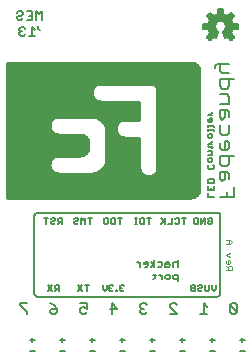
<source format=gbo>
G75*
%MOIN*%
%OFA0B0*%
%FSLAX24Y24*%
%IPPOS*%
%LPD*%
%AMOC8*
5,1,8,0,0,1.08239X$1,22.5*
%
%ADD10C,0.0060*%
%ADD11C,0.0050*%
%ADD12C,0.0080*%
%ADD13C,0.0040*%
%ADD14C,0.0070*%
%ADD15C,0.0100*%
%ADD16C,0.0059*%
D10*
X003279Y003364D02*
X003279Y003420D01*
X003506Y003420D01*
X003279Y003364D02*
X003506Y003137D01*
X003506Y003080D01*
X003680Y002280D02*
X003680Y002120D01*
X003760Y002200D02*
X003600Y002200D01*
X003600Y001850D02*
X003760Y001850D01*
X004600Y001850D02*
X004760Y001850D01*
X004680Y002120D02*
X004680Y002280D01*
X004760Y002200D02*
X004600Y002200D01*
X004449Y003080D02*
X004336Y003080D01*
X004279Y003137D01*
X004279Y003193D01*
X004336Y003250D01*
X004506Y003250D01*
X004506Y003137D01*
X004449Y003080D01*
X004506Y003250D02*
X004393Y003364D01*
X004279Y003420D01*
X005279Y003420D02*
X005506Y003420D01*
X005506Y003250D01*
X005393Y003307D01*
X005336Y003307D01*
X005279Y003250D01*
X005279Y003137D01*
X005336Y003080D01*
X005449Y003080D01*
X005506Y003137D01*
X006279Y003250D02*
X006506Y003250D01*
X006336Y003420D01*
X006336Y003080D01*
X006680Y002280D02*
X006680Y002120D01*
X006760Y002200D02*
X006600Y002200D01*
X006600Y001850D02*
X006760Y001850D01*
X007600Y001850D02*
X007760Y001850D01*
X007680Y002120D02*
X007680Y002280D01*
X007760Y002200D02*
X007600Y002200D01*
X007449Y003080D02*
X007336Y003080D01*
X007279Y003137D01*
X007279Y003193D01*
X007336Y003250D01*
X007393Y003250D01*
X007336Y003250D02*
X007279Y003307D01*
X007279Y003364D01*
X007336Y003420D01*
X007449Y003420D01*
X007506Y003364D01*
X007506Y003137D02*
X007449Y003080D01*
X008279Y003080D02*
X008506Y003080D01*
X008279Y003307D01*
X008279Y003364D01*
X008336Y003420D01*
X008449Y003420D01*
X008506Y003364D01*
X008522Y004157D02*
X008522Y004377D01*
X008412Y004377D01*
X008375Y004340D01*
X008375Y004267D01*
X008412Y004230D01*
X008522Y004230D01*
X008264Y004267D02*
X008227Y004230D01*
X008154Y004230D01*
X008117Y004267D01*
X008117Y004340D01*
X008154Y004377D01*
X008227Y004377D01*
X008264Y004340D01*
X008264Y004267D01*
X008006Y004303D02*
X007933Y004377D01*
X007896Y004377D01*
X007791Y004377D02*
X007718Y004377D01*
X007755Y004413D02*
X007755Y004267D01*
X007718Y004230D01*
X008006Y004230D02*
X008006Y004377D01*
X007969Y004650D02*
X007859Y004650D01*
X007969Y004650D02*
X008006Y004687D01*
X008006Y004760D01*
X007969Y004797D01*
X007859Y004797D01*
X007748Y004870D02*
X007748Y004650D01*
X007748Y004723D02*
X007638Y004797D01*
X007533Y004760D02*
X007497Y004797D01*
X007423Y004797D01*
X007387Y004760D01*
X007387Y004723D01*
X007533Y004723D01*
X007533Y004687D02*
X007533Y004760D01*
X007533Y004687D02*
X007497Y004650D01*
X007423Y004650D01*
X007276Y004650D02*
X007276Y004797D01*
X007276Y004723D02*
X007202Y004797D01*
X007166Y004797D01*
X007638Y004650D02*
X007748Y004723D01*
X008117Y004723D02*
X008227Y004723D01*
X008264Y004687D01*
X008227Y004650D01*
X008117Y004650D01*
X008117Y004760D01*
X008154Y004797D01*
X008227Y004797D01*
X008375Y004760D02*
X008375Y004650D01*
X008375Y004760D02*
X008412Y004797D01*
X008485Y004797D01*
X008522Y004760D01*
X008522Y004870D02*
X008522Y004650D01*
X009393Y003420D02*
X009393Y003080D01*
X009506Y003080D02*
X009279Y003080D01*
X009506Y003307D02*
X009393Y003420D01*
X010279Y003364D02*
X010279Y003137D01*
X010336Y003080D01*
X010449Y003080D01*
X010506Y003137D01*
X010279Y003364D01*
X010336Y003420D01*
X010449Y003420D01*
X010506Y003364D01*
X010506Y003137D01*
X010680Y002280D02*
X010680Y002120D01*
X010760Y002200D02*
X010600Y002200D01*
X010600Y001850D02*
X010760Y001850D01*
X009760Y001850D02*
X009600Y001850D01*
X009680Y002120D02*
X009680Y002280D01*
X009760Y002200D02*
X009600Y002200D01*
X008760Y002200D02*
X008600Y002200D01*
X008680Y002280D02*
X008680Y002120D01*
X008760Y001850D02*
X008600Y001850D01*
X005760Y001850D02*
X005600Y001850D01*
X005680Y002120D02*
X005680Y002280D01*
X005760Y002200D02*
X005600Y002200D01*
D11*
X005490Y003825D02*
X005490Y004025D01*
X005424Y004025D02*
X005557Y004025D01*
X005327Y004025D02*
X005193Y003825D01*
X005327Y003825D02*
X005193Y004025D01*
X004557Y004025D02*
X004557Y003825D01*
X004557Y003892D02*
X004457Y003892D01*
X004424Y003925D01*
X004424Y003992D01*
X004457Y004025D01*
X004557Y004025D01*
X004490Y003892D02*
X004424Y003825D01*
X004327Y003825D02*
X004193Y004025D01*
X004327Y004025D02*
X004193Y003825D01*
X006021Y003892D02*
X006021Y004025D01*
X006154Y004025D02*
X006154Y003892D01*
X006087Y003825D01*
X006021Y003892D01*
X006251Y003892D02*
X006251Y003858D01*
X006284Y003825D01*
X006351Y003825D01*
X006384Y003858D01*
X006466Y003858D02*
X006466Y003825D01*
X006499Y003825D01*
X006499Y003858D01*
X006466Y003858D01*
X006596Y003858D02*
X006630Y003825D01*
X006696Y003825D01*
X006730Y003858D01*
X006663Y003925D02*
X006630Y003925D01*
X006596Y003892D01*
X006596Y003858D01*
X006630Y003925D02*
X006596Y003958D01*
X006596Y003992D01*
X006630Y004025D01*
X006696Y004025D01*
X006730Y003992D01*
X006384Y003992D02*
X006351Y004025D01*
X006284Y004025D01*
X006251Y003992D01*
X006251Y003958D01*
X006284Y003925D01*
X006251Y003892D01*
X006284Y003925D02*
X006318Y003925D01*
X006342Y006075D02*
X006308Y006108D01*
X006308Y006242D01*
X006342Y006275D01*
X006442Y006275D01*
X006442Y006075D01*
X006342Y006075D01*
X006212Y006108D02*
X006212Y006242D01*
X006178Y006275D01*
X006112Y006275D01*
X006078Y006242D01*
X006078Y006108D01*
X006112Y006075D01*
X006178Y006075D01*
X006212Y006108D01*
X006539Y006275D02*
X006672Y006275D01*
X006605Y006275D02*
X006605Y006075D01*
X007107Y006075D02*
X007173Y006075D01*
X007140Y006075D02*
X007140Y006275D01*
X007173Y006275D02*
X007107Y006275D01*
X007270Y006242D02*
X007270Y006108D01*
X007303Y006075D01*
X007404Y006075D01*
X007404Y006275D01*
X007303Y006275D01*
X007270Y006242D01*
X007500Y006275D02*
X007634Y006275D01*
X007567Y006275D02*
X007567Y006075D01*
X007963Y006075D02*
X008063Y006175D01*
X008097Y006142D02*
X007963Y006275D01*
X008097Y006275D02*
X008097Y006075D01*
X008193Y006075D02*
X008327Y006075D01*
X008327Y006275D01*
X008424Y006242D02*
X008457Y006275D01*
X008524Y006275D01*
X008557Y006242D01*
X008557Y006108D01*
X008524Y006075D01*
X008457Y006075D01*
X008424Y006108D01*
X008654Y006275D02*
X008787Y006275D01*
X008720Y006275D02*
X008720Y006075D01*
X009078Y006108D02*
X009078Y006242D01*
X009112Y006275D01*
X009212Y006275D01*
X009212Y006075D01*
X009112Y006075D01*
X009078Y006108D01*
X009308Y006075D02*
X009308Y006275D01*
X009442Y006275D02*
X009308Y006075D01*
X009442Y006075D02*
X009442Y006275D01*
X009539Y006242D02*
X009572Y006275D01*
X009639Y006275D01*
X009672Y006242D01*
X009672Y006108D01*
X009639Y006075D01*
X009572Y006075D01*
X009539Y006108D01*
X009539Y006175D01*
X009605Y006175D01*
X009527Y006975D02*
X009527Y007108D01*
X009527Y007205D02*
X009527Y007339D01*
X009527Y007435D02*
X009527Y007535D01*
X009560Y007569D01*
X009694Y007569D01*
X009727Y007535D01*
X009727Y007435D01*
X009527Y007435D01*
X009727Y007339D02*
X009727Y007205D01*
X009527Y007205D01*
X009627Y007205D02*
X009627Y007272D01*
X009727Y006975D02*
X009527Y006975D01*
X009560Y007896D02*
X009527Y007929D01*
X009527Y007996D01*
X009560Y008029D01*
X009560Y008126D02*
X009527Y008159D01*
X009527Y008226D01*
X009560Y008259D01*
X009627Y008259D01*
X009660Y008226D01*
X009660Y008159D01*
X009627Y008126D01*
X009560Y008126D01*
X009694Y008029D02*
X009727Y007996D01*
X009727Y007929D01*
X009694Y007896D01*
X009560Y007896D01*
X009527Y008356D02*
X009660Y008356D01*
X009660Y008456D01*
X009627Y008490D01*
X009527Y008490D01*
X009560Y008620D02*
X009527Y008653D01*
X009560Y008620D02*
X009694Y008620D01*
X009660Y008653D02*
X009660Y008586D01*
X009660Y008740D02*
X009527Y008740D01*
X009594Y008740D02*
X009660Y008807D01*
X009660Y008840D01*
X009627Y008932D02*
X009560Y008932D01*
X009527Y008965D01*
X009527Y009032D01*
X009560Y009065D01*
X009627Y009065D01*
X009660Y009032D01*
X009660Y008965D01*
X009627Y008932D01*
X009727Y009162D02*
X009727Y009195D01*
X009527Y009195D01*
X009527Y009162D02*
X009527Y009229D01*
X009527Y009315D02*
X009527Y009382D01*
X009527Y009349D02*
X009727Y009349D01*
X009727Y009315D01*
X009627Y009469D02*
X009560Y009469D01*
X009527Y009502D01*
X009527Y009569D01*
X009594Y009602D02*
X009594Y009469D01*
X009627Y009469D02*
X009660Y009502D01*
X009660Y009569D01*
X009627Y009602D01*
X009594Y009602D01*
X009594Y009699D02*
X009660Y009766D01*
X009660Y009799D01*
X009660Y009699D02*
X009527Y009699D01*
X005672Y006275D02*
X005539Y006275D01*
X005605Y006275D02*
X005605Y006075D01*
X005442Y006075D02*
X005442Y006275D01*
X005375Y006208D01*
X005308Y006275D01*
X005308Y006075D01*
X005212Y006108D02*
X005178Y006075D01*
X005112Y006075D01*
X005078Y006108D01*
X005078Y006142D01*
X005112Y006175D01*
X005178Y006175D01*
X005212Y006208D01*
X005212Y006242D01*
X005178Y006275D01*
X005112Y006275D01*
X005078Y006242D01*
X004672Y006275D02*
X004672Y006075D01*
X004672Y006142D02*
X004572Y006142D01*
X004539Y006175D01*
X004539Y006242D01*
X004572Y006275D01*
X004672Y006275D01*
X004605Y006142D02*
X004539Y006075D01*
X004442Y006108D02*
X004409Y006075D01*
X004342Y006075D01*
X004308Y006108D01*
X004308Y006142D01*
X004342Y006175D01*
X004409Y006175D01*
X004442Y006208D01*
X004442Y006242D01*
X004409Y006275D01*
X004342Y006275D01*
X004308Y006242D01*
X004212Y006275D02*
X004078Y006275D01*
X004145Y006275D02*
X004145Y006075D01*
X008963Y003992D02*
X008963Y003958D01*
X008997Y003925D01*
X009097Y003925D01*
X009097Y003825D02*
X008997Y003825D01*
X008963Y003858D01*
X008963Y003892D01*
X008997Y003925D01*
X008963Y003992D02*
X008997Y004025D01*
X009097Y004025D01*
X009097Y003825D01*
X009193Y003858D02*
X009227Y003825D01*
X009293Y003825D01*
X009327Y003858D01*
X009293Y003925D02*
X009227Y003925D01*
X009193Y003892D01*
X009193Y003858D01*
X009293Y003925D02*
X009327Y003958D01*
X009327Y003992D01*
X009293Y004025D01*
X009227Y004025D01*
X009193Y003992D01*
X009424Y004025D02*
X009424Y003858D01*
X009457Y003825D01*
X009524Y003825D01*
X009557Y003858D01*
X009557Y004025D01*
X009654Y004025D02*
X009654Y003892D01*
X009720Y003825D01*
X009787Y003892D01*
X009787Y004025D01*
D12*
X009952Y003750D02*
X009950Y003733D01*
X009946Y003716D01*
X009939Y003700D01*
X009929Y003686D01*
X009916Y003673D01*
X009902Y003663D01*
X009886Y003656D01*
X009869Y003652D01*
X009852Y003650D01*
X003852Y003650D01*
X003835Y003652D01*
X003818Y003656D01*
X003802Y003663D01*
X003788Y003673D01*
X003775Y003686D01*
X003765Y003700D01*
X003758Y003716D01*
X003754Y003733D01*
X003752Y003750D01*
X003752Y006350D01*
X003754Y006367D01*
X003758Y006384D01*
X003765Y006400D01*
X003775Y006414D01*
X003788Y006427D01*
X003802Y006437D01*
X003818Y006444D01*
X003835Y006448D01*
X003852Y006450D01*
X009852Y006450D01*
X009869Y006448D01*
X009886Y006444D01*
X009902Y006437D01*
X009916Y006427D01*
X009929Y006414D01*
X009939Y006400D01*
X009946Y006384D01*
X009950Y006367D01*
X009952Y006350D01*
X009952Y003750D01*
X009932Y006970D02*
X010412Y006970D01*
X010412Y007290D01*
X010172Y007130D02*
X010172Y006970D01*
X010012Y007485D02*
X010092Y007565D01*
X010092Y007806D01*
X010172Y007806D02*
X009932Y007806D01*
X009932Y007565D01*
X010012Y007485D01*
X010252Y007565D02*
X010252Y007725D01*
X010172Y007806D01*
X010172Y008001D02*
X010012Y008001D01*
X009932Y008081D01*
X009932Y008321D01*
X010412Y008321D01*
X010252Y008321D02*
X010252Y008081D01*
X010172Y008001D01*
X010172Y008517D02*
X010012Y008517D01*
X009932Y008597D01*
X009932Y008757D01*
X010092Y008837D02*
X010092Y008517D01*
X010172Y008517D02*
X010252Y008597D01*
X010252Y008757D01*
X010172Y008837D01*
X010092Y008837D01*
X010172Y009032D02*
X010012Y009032D01*
X009932Y009112D01*
X009932Y009352D01*
X010012Y009548D02*
X010092Y009628D01*
X010092Y009868D01*
X010172Y009868D02*
X010252Y009788D01*
X010252Y009628D01*
X010172Y009868D02*
X009932Y009868D01*
X009932Y009628D01*
X010012Y009548D01*
X010252Y009352D02*
X010252Y009112D01*
X010172Y009032D01*
X010252Y010063D02*
X009932Y010063D01*
X010252Y010063D02*
X010252Y010304D01*
X010172Y010384D01*
X009932Y010384D01*
X010012Y010579D02*
X010172Y010579D01*
X010252Y010659D01*
X010252Y010899D01*
X010412Y010899D02*
X009932Y010899D01*
X009932Y010659D01*
X010012Y010579D01*
X010012Y011095D02*
X009932Y011175D01*
X009932Y011415D01*
X009852Y011415D02*
X009772Y011335D01*
X009772Y011255D01*
X009852Y011415D02*
X010252Y011415D01*
X010252Y011095D02*
X010012Y011095D01*
D13*
X010132Y005535D02*
X010265Y005535D01*
X010332Y005468D01*
X010265Y005401D01*
X010132Y005401D01*
X010232Y005401D02*
X010232Y005535D01*
X010265Y005093D02*
X010132Y005026D01*
X010265Y004960D01*
X010232Y004872D02*
X010199Y004872D01*
X010199Y004739D01*
X010232Y004739D02*
X010265Y004772D01*
X010265Y004839D01*
X010232Y004872D01*
X010132Y004839D02*
X010132Y004772D01*
X010165Y004739D01*
X010232Y004739D01*
X010232Y004651D02*
X010199Y004618D01*
X010199Y004518D01*
X010199Y004584D02*
X010132Y004651D01*
X010232Y004651D02*
X010299Y004651D01*
X010332Y004618D01*
X010332Y004518D01*
X010132Y004518D01*
D14*
X003758Y012348D02*
X003572Y012348D01*
X003665Y012348D02*
X003665Y012628D01*
X003758Y012534D01*
X003873Y012581D02*
X003873Y012674D01*
X003873Y012581D02*
X003920Y012534D01*
X004000Y012873D02*
X004000Y013153D01*
X003907Y013059D01*
X003813Y013153D01*
X003813Y012873D01*
X003678Y012873D02*
X003491Y012873D01*
X003356Y012919D02*
X003309Y012873D01*
X003216Y012873D01*
X003169Y012919D01*
X003169Y012966D01*
X003216Y013013D01*
X003309Y013013D01*
X003356Y013059D01*
X003356Y013106D01*
X003309Y013153D01*
X003216Y013153D01*
X003169Y013106D01*
X003491Y013153D02*
X003678Y013153D01*
X003678Y012873D01*
X003678Y013013D02*
X003585Y013013D01*
X003390Y012628D02*
X003296Y012628D01*
X003249Y012581D01*
X003249Y012534D01*
X003296Y012488D01*
X003249Y012441D01*
X003249Y012394D01*
X003296Y012348D01*
X003390Y012348D01*
X003436Y012394D01*
X003343Y012488D02*
X003296Y012488D01*
X003436Y012581D02*
X003390Y012628D01*
D15*
X002852Y011450D02*
X002852Y008050D01*
X002852Y006950D01*
X008952Y006950D01*
X009010Y006956D01*
X009067Y006973D01*
X009118Y007001D01*
X009164Y007038D01*
X009201Y007083D01*
X009229Y007135D01*
X009246Y007191D01*
X009252Y007250D01*
X009252Y011150D01*
X009246Y011209D01*
X009229Y011265D01*
X009201Y011317D01*
X009164Y011362D01*
X009118Y011399D01*
X009067Y011427D01*
X009010Y011444D01*
X008952Y011450D01*
X002852Y011450D01*
X002852Y011393D02*
X009127Y011393D01*
X009213Y011294D02*
X002852Y011294D01*
X002852Y011196D02*
X009247Y011196D01*
X009252Y011097D02*
X002852Y011097D01*
X002852Y010999D02*
X009252Y010999D01*
X009252Y010900D02*
X002852Y010900D01*
X002852Y010802D02*
X009252Y010802D01*
X009252Y010703D02*
X007780Y010703D01*
X007776Y010706D02*
X007808Y010675D01*
X007832Y010637D01*
X007847Y010595D01*
X007852Y010550D01*
X007852Y007950D01*
X007845Y007888D01*
X007826Y007828D01*
X007794Y007774D01*
X007753Y007727D01*
X007702Y007690D01*
X007644Y007665D01*
X007583Y007652D01*
X007520Y007652D01*
X007459Y007665D01*
X007402Y007690D01*
X007351Y007727D01*
X007309Y007774D01*
X007278Y007828D01*
X007258Y007888D01*
X007252Y007950D01*
X007252Y008650D01*
X006152Y008650D01*
X006152Y008250D01*
X006144Y008163D01*
X006122Y008079D01*
X006085Y008000D01*
X006035Y007929D01*
X005973Y007867D01*
X005902Y007817D01*
X005823Y007780D01*
X005739Y007758D01*
X005652Y007750D01*
X004552Y007750D01*
X004493Y007756D01*
X004437Y007773D01*
X004385Y007801D01*
X004340Y007838D01*
X004302Y007883D01*
X004275Y007935D01*
X004258Y007991D01*
X004252Y008050D01*
X002852Y008050D01*
X004252Y008050D01*
X004258Y008109D01*
X004275Y008165D01*
X004302Y008217D01*
X004340Y008262D01*
X004385Y008299D01*
X004437Y008327D01*
X004493Y008344D01*
X004552Y008350D01*
X005252Y008350D01*
X005310Y008356D01*
X005367Y008373D01*
X005418Y008401D01*
X005464Y008438D01*
X005501Y008483D01*
X005529Y008535D01*
X005546Y008591D01*
X005552Y008650D01*
X005552Y008750D01*
X005546Y008809D01*
X005529Y008865D01*
X005501Y008917D01*
X005464Y008962D01*
X005418Y008999D01*
X005367Y009027D01*
X005310Y009044D01*
X005252Y009050D01*
X004552Y009050D01*
X004493Y009056D01*
X004437Y009073D01*
X004385Y009101D01*
X004340Y009138D01*
X004302Y009183D01*
X004275Y009235D01*
X004258Y009291D01*
X004252Y009350D01*
X004258Y009409D01*
X004275Y009465D01*
X004302Y009517D01*
X004340Y009562D01*
X004385Y009599D01*
X004437Y009627D01*
X004493Y009644D01*
X004552Y009650D01*
X005652Y009650D01*
X005739Y009642D01*
X005823Y009620D01*
X005902Y009583D01*
X005973Y009533D01*
X006035Y009471D01*
X006085Y009400D01*
X006122Y009321D01*
X006144Y009237D01*
X006152Y009150D01*
X006152Y008650D01*
X007252Y008650D01*
X007252Y008950D01*
X006752Y008950D01*
X006689Y008957D01*
X006630Y008976D01*
X006575Y009007D01*
X006529Y009049D01*
X006492Y009100D01*
X006466Y009157D01*
X006453Y009219D01*
X006453Y009281D01*
X006466Y009343D01*
X006492Y009400D01*
X006529Y009451D01*
X006575Y009493D01*
X006630Y009524D01*
X006689Y009543D01*
X006752Y009550D01*
X007252Y009550D01*
X007252Y010150D01*
X005952Y010150D01*
X005889Y010157D01*
X005830Y010176D01*
X005775Y010207D01*
X005729Y010249D01*
X005692Y010300D01*
X005666Y010357D01*
X005653Y010419D01*
X005653Y010481D01*
X005666Y010543D01*
X005692Y010600D01*
X005729Y010651D01*
X005775Y010693D01*
X005830Y010724D01*
X005889Y010743D01*
X005952Y010750D01*
X007652Y010750D01*
X007696Y010745D01*
X007739Y010730D01*
X007776Y010706D01*
X007843Y010605D02*
X009252Y010605D01*
X009252Y010506D02*
X007852Y010506D01*
X007852Y010408D02*
X009252Y010408D01*
X009252Y010309D02*
X007852Y010309D01*
X007852Y010211D02*
X009252Y010211D01*
X009252Y010112D02*
X007852Y010112D01*
X007852Y010014D02*
X009252Y010014D01*
X009252Y009915D02*
X007852Y009915D01*
X007852Y009817D02*
X009252Y009817D01*
X009252Y009718D02*
X007852Y009718D01*
X007852Y009620D02*
X009252Y009620D01*
X009252Y009521D02*
X007852Y009521D01*
X007852Y009423D02*
X009252Y009423D01*
X009252Y009324D02*
X007852Y009324D01*
X007852Y009226D02*
X009252Y009226D01*
X009252Y009127D02*
X007852Y009127D01*
X007852Y009029D02*
X009252Y009029D01*
X009252Y008930D02*
X007852Y008930D01*
X007852Y008832D02*
X009252Y008832D01*
X009252Y008733D02*
X007852Y008733D01*
X007852Y008635D02*
X009252Y008635D01*
X009252Y008536D02*
X007852Y008536D01*
X007852Y008438D02*
X009252Y008438D01*
X009252Y008339D02*
X007852Y008339D01*
X007852Y008241D02*
X009252Y008241D01*
X009252Y008142D02*
X007852Y008142D01*
X007852Y008044D02*
X009252Y008044D01*
X009252Y007945D02*
X007851Y007945D01*
X007832Y007847D02*
X009252Y007847D01*
X009252Y007748D02*
X007771Y007748D01*
X007332Y007748D02*
X002852Y007748D01*
X002852Y007650D02*
X009252Y007650D01*
X009252Y007551D02*
X002852Y007551D01*
X002852Y007453D02*
X009252Y007453D01*
X009252Y007354D02*
X002852Y007354D01*
X002852Y007256D02*
X009252Y007256D01*
X009236Y007157D02*
X002852Y007157D01*
X002852Y007059D02*
X009181Y007059D01*
X009024Y006960D02*
X002852Y006960D01*
X002852Y007847D02*
X004333Y007847D01*
X004272Y007945D02*
X002852Y007945D01*
X002852Y008044D02*
X004252Y008044D01*
X004268Y008142D02*
X002852Y008142D01*
X002852Y008241D02*
X004322Y008241D01*
X004476Y008339D02*
X002852Y008339D01*
X002852Y008438D02*
X005463Y008438D01*
X005529Y008536D02*
X002852Y008536D01*
X002852Y008635D02*
X005550Y008635D01*
X005552Y008733D02*
X002852Y008733D01*
X002852Y008832D02*
X005539Y008832D01*
X005490Y008930D02*
X002852Y008930D01*
X002852Y009029D02*
X005362Y009029D01*
X005823Y009620D02*
X007252Y009620D01*
X007252Y009718D02*
X002852Y009718D01*
X002852Y009620D02*
X004423Y009620D01*
X004306Y009521D02*
X002852Y009521D01*
X002852Y009423D02*
X004262Y009423D01*
X004254Y009324D02*
X002852Y009324D01*
X002852Y009226D02*
X004280Y009226D01*
X004353Y009127D02*
X002852Y009127D01*
X002852Y009817D02*
X007252Y009817D01*
X007252Y009915D02*
X002852Y009915D01*
X002852Y010014D02*
X007252Y010014D01*
X007252Y010112D02*
X002852Y010112D01*
X002852Y010211D02*
X005772Y010211D01*
X005688Y010309D02*
X002852Y010309D01*
X002852Y010408D02*
X005656Y010408D01*
X005659Y010506D02*
X002852Y010506D01*
X002852Y010605D02*
X005695Y010605D01*
X005793Y010703D02*
X002852Y010703D01*
X005985Y009521D02*
X006624Y009521D01*
X006508Y009423D02*
X006069Y009423D01*
X006120Y009324D02*
X006462Y009324D01*
X006453Y009226D02*
X006145Y009226D01*
X006152Y009127D02*
X006480Y009127D01*
X006552Y009029D02*
X006152Y009029D01*
X006152Y008930D02*
X007252Y008930D01*
X007252Y008832D02*
X006152Y008832D01*
X006152Y008733D02*
X007252Y008733D01*
X007252Y008635D02*
X006152Y008635D01*
X006152Y008536D02*
X007252Y008536D01*
X007252Y008438D02*
X006152Y008438D01*
X006152Y008339D02*
X007252Y008339D01*
X007252Y008241D02*
X006151Y008241D01*
X006139Y008142D02*
X007252Y008142D01*
X007252Y008044D02*
X006105Y008044D01*
X006046Y007945D02*
X007252Y007945D01*
X007272Y007847D02*
X005944Y007847D01*
D16*
X009588Y012185D02*
X009486Y012286D01*
X009607Y012435D01*
X009577Y012495D01*
X009556Y012559D01*
X009366Y012578D01*
X009366Y012722D01*
X009556Y012741D01*
X009577Y012805D01*
X009607Y012865D01*
X009486Y013014D01*
X009588Y013115D01*
X009737Y012994D01*
X009796Y013025D01*
X009860Y013046D01*
X009880Y013236D01*
X010024Y013236D01*
X010043Y013046D01*
X010107Y013025D01*
X010167Y012994D01*
X010315Y013115D01*
X010417Y013014D01*
X010296Y012865D01*
X010327Y012805D01*
X010347Y012741D01*
X010538Y012722D01*
X010538Y012578D01*
X010347Y012559D01*
X010327Y012495D01*
X010296Y012435D01*
X010417Y012286D01*
X010315Y012185D01*
X010167Y012306D01*
X010107Y012275D01*
X010022Y012479D01*
X010060Y012501D01*
X010092Y012530D01*
X010116Y012566D01*
X010131Y012607D01*
X010136Y012650D01*
X010131Y012694D01*
X010115Y012735D01*
X010091Y012772D01*
X010058Y012801D01*
X010019Y012822D01*
X009976Y012833D01*
X009932Y012833D01*
X009889Y012823D01*
X009849Y012803D01*
X009816Y012775D01*
X009790Y012739D01*
X009774Y012698D01*
X009767Y012654D01*
X009772Y012610D01*
X009786Y012568D01*
X009810Y012531D01*
X009843Y012501D01*
X009881Y012479D01*
X009796Y012275D01*
X009737Y012306D01*
X009588Y012185D01*
X009557Y012216D02*
X009626Y012216D01*
X009697Y012273D02*
X009500Y012273D01*
X009523Y012331D02*
X009820Y012331D01*
X009843Y012388D02*
X009570Y012388D01*
X009602Y012446D02*
X009867Y012446D01*
X009840Y012504D02*
X009574Y012504D01*
X009532Y012561D02*
X009791Y012561D01*
X009771Y012619D02*
X009366Y012619D01*
X009366Y012676D02*
X009770Y012676D01*
X009788Y012734D02*
X009481Y012734D01*
X009572Y012791D02*
X009835Y012791D01*
X009789Y013022D02*
X010114Y013022D01*
X010200Y013022D02*
X010409Y013022D01*
X010377Y012964D02*
X009527Y012964D01*
X009494Y013022D02*
X009703Y013022D01*
X009633Y013079D02*
X009552Y013079D01*
X009574Y012906D02*
X010330Y012906D01*
X010305Y012849D02*
X009599Y012849D01*
X009864Y013079D02*
X010040Y013079D01*
X010034Y013137D02*
X009870Y013137D01*
X009876Y013194D02*
X010028Y013194D01*
X010271Y013079D02*
X010352Y013079D01*
X010331Y012791D02*
X010069Y012791D01*
X010116Y012734D02*
X010422Y012734D01*
X010538Y012676D02*
X010133Y012676D01*
X010133Y012619D02*
X010538Y012619D01*
X010371Y012561D02*
X010113Y012561D01*
X010063Y012504D02*
X010330Y012504D01*
X010302Y012446D02*
X010036Y012446D01*
X010060Y012388D02*
X010334Y012388D01*
X010381Y012331D02*
X010084Y012331D01*
X010207Y012273D02*
X010404Y012273D01*
X010346Y012216D02*
X010277Y012216D01*
M02*

</source>
